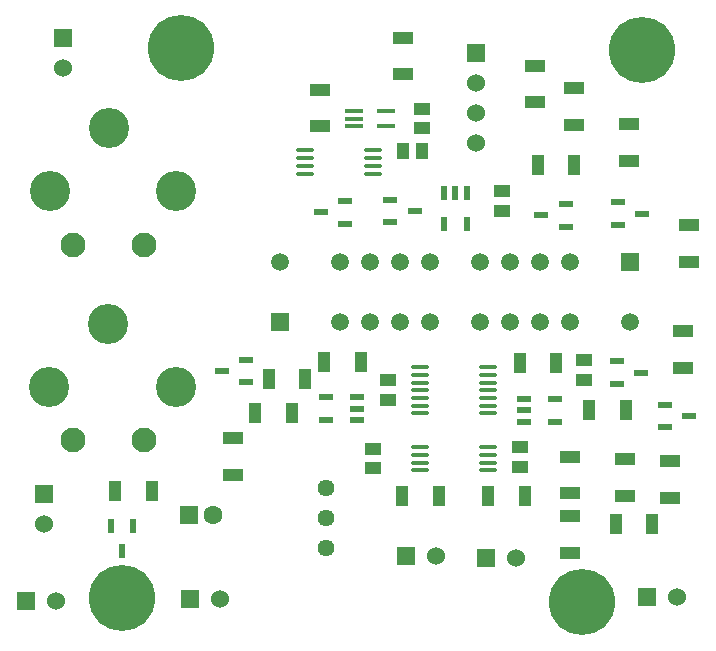
<source format=gbr>
%TF.GenerationSoftware,KiCad,Pcbnew,8.0.2*%
%TF.CreationDate,2024-09-03T17:09:07+02:00*%
%TF.ProjectId,AMS_IMD_Reset,414d535f-494d-4445-9f52-657365742e6b,rev?*%
%TF.SameCoordinates,Original*%
%TF.FileFunction,Soldermask,Top*%
%TF.FilePolarity,Negative*%
%FSLAX46Y46*%
G04 Gerber Fmt 4.6, Leading zero omitted, Abs format (unit mm)*
G04 Created by KiCad (PCBNEW 8.0.2) date 2024-09-03 17:09:07*
%MOMM*%
%LPD*%
G01*
G04 APERTURE LIST*
G04 Aperture macros list*
%AMRoundRect*
0 Rectangle with rounded corners*
0 $1 Rounding radius*
0 $2 $3 $4 $5 $6 $7 $8 $9 X,Y pos of 4 corners*
0 Add a 4 corners polygon primitive as box body*
4,1,4,$2,$3,$4,$5,$6,$7,$8,$9,$2,$3,0*
0 Add four circle primitives for the rounded corners*
1,1,$1+$1,$2,$3*
1,1,$1+$1,$4,$5*
1,1,$1+$1,$6,$7*
1,1,$1+$1,$8,$9*
0 Add four rect primitives between the rounded corners*
20,1,$1+$1,$2,$3,$4,$5,0*
20,1,$1+$1,$4,$5,$6,$7,0*
20,1,$1+$1,$6,$7,$8,$9,0*
20,1,$1+$1,$8,$9,$2,$3,0*%
G04 Aperture macros list end*
%ADD10R,1.800000X1.050000*%
%ADD11RoundRect,0.100000X-0.650000X-0.100000X0.650000X-0.100000X0.650000X0.100000X-0.650000X0.100000X0*%
%ADD12R,0.600000X1.300000*%
%ADD13R,1.530000X1.530000*%
%ADD14C,1.530000*%
%ADD15RoundRect,0.100000X-0.637500X-0.100000X0.637500X-0.100000X0.637500X0.100000X-0.637500X0.100000X0*%
%ADD16R,1.500000X1.500000*%
%ADD17C,1.500000*%
%ADD18R,1.050000X1.800000*%
%ADD19R,1.300000X0.600000*%
%ADD20C,2.100000*%
%ADD21C,3.400000*%
%ADD22R,1.470000X1.070000*%
%ADD23R,0.600000X1.150000*%
%ADD24C,5.600000*%
%ADD25R,1.600000X1.600000*%
%ADD26C,1.600000*%
%ADD27R,1.150000X0.600000*%
%ADD28R,1.070000X1.470000*%
%ADD29C,1.440000*%
G04 APERTURE END LIST*
D10*
%TO.C,R18*%
X190017400Y-75057600D03*
X190017400Y-71957600D03*
%TD*%
%TO.C,R14*%
X201400000Y-108550000D03*
X201400000Y-105450000D03*
%TD*%
%TO.C,R9*%
X192963800Y-110108400D03*
X192963800Y-113208400D03*
%TD*%
D11*
%TO.C,U2*%
X174692000Y-75804000D03*
X174692000Y-76454000D03*
X174692000Y-77104000D03*
X177352000Y-77104000D03*
X177352000Y-75804000D03*
%TD*%
D12*
%TO.C,Q7*%
X155950000Y-110950000D03*
X154050000Y-110950000D03*
X155000000Y-113050000D03*
%TD*%
D13*
%TO.C,J8*%
X199495000Y-116925000D03*
D14*
X202035000Y-116925000D03*
%TD*%
D15*
%TO.C,QU1*%
X180271500Y-97490400D03*
X180271500Y-98140400D03*
X180271500Y-98790400D03*
X180271500Y-99440400D03*
X180271500Y-100090400D03*
X180271500Y-100740400D03*
X180271500Y-101390400D03*
X185996500Y-101390400D03*
X185996500Y-100740400D03*
X185996500Y-100090400D03*
X185996500Y-99440400D03*
X185996500Y-98790400D03*
X185996500Y-98140400D03*
X185996500Y-97490400D03*
%TD*%
D13*
%TO.C,J4*%
X179019200Y-113461200D03*
D14*
X181559200Y-113461200D03*
%TD*%
D16*
%TO.C,K2*%
X168402000Y-93675200D03*
D17*
X173482000Y-93675200D03*
X176022000Y-93675200D03*
X178562000Y-93675200D03*
X181102000Y-93675200D03*
X181102000Y-88595200D03*
X178562000Y-88595200D03*
X176022000Y-88595200D03*
X173482000Y-88595200D03*
X168402000Y-88595200D03*
%TD*%
D18*
%TO.C,R7*%
X196800000Y-110800000D03*
X199900000Y-110800000D03*
%TD*%
D13*
%TO.C,J5*%
X185800000Y-113600000D03*
D14*
X188340000Y-113600000D03*
%TD*%
D10*
%TO.C,R13*%
X164400000Y-103500000D03*
X164400000Y-106600000D03*
%TD*%
D19*
%TO.C,Q3*%
X196968400Y-83530400D03*
X196968400Y-85430400D03*
X199068400Y-84480400D03*
%TD*%
D20*
%TO.C,K3*%
X156850500Y-103686400D03*
D21*
X159550500Y-99186400D03*
X153850500Y-93786400D03*
X148850500Y-99186400D03*
D20*
X150850500Y-103686400D03*
%TD*%
D19*
%TO.C,Q2*%
X177732000Y-83327200D03*
X177732000Y-85227200D03*
X179832000Y-84277200D03*
%TD*%
D18*
%TO.C,R2*%
X181839200Y-108432000D03*
X178739200Y-108432000D03*
%TD*%
D22*
%TO.C,C4*%
X194106800Y-96893800D03*
X194106800Y-98533800D03*
%TD*%
D18*
%TO.C,R6*%
X172135200Y-97002600D03*
X175235200Y-97002600D03*
%TD*%
D10*
%TO.C,R4*%
X171805600Y-73989600D03*
X171805600Y-77089600D03*
%TD*%
%TO.C,R15*%
X193294000Y-73862600D03*
X193294000Y-76962600D03*
%TD*%
D18*
%TO.C,R22*%
X170550000Y-98500000D03*
X167450000Y-98500000D03*
%TD*%
D13*
%TO.C,J7*%
X184962800Y-70866000D03*
D14*
X184962800Y-73406000D03*
X184962800Y-75946000D03*
X184962800Y-78486000D03*
%TD*%
D22*
%TO.C,C8*%
X188671200Y-104259200D03*
X188671200Y-105899200D03*
%TD*%
D20*
%TO.C,K1*%
X156900000Y-87100000D03*
D21*
X159600000Y-82600000D03*
X153900000Y-77200000D03*
X148900000Y-82600000D03*
D20*
X150900000Y-87100000D03*
%TD*%
D22*
%TO.C,C6*%
X176276000Y-104386800D03*
X176276000Y-106026800D03*
%TD*%
D10*
%TO.C,R21*%
X203000000Y-88550000D03*
X203000000Y-85450000D03*
%TD*%
D23*
%TO.C,G3*%
X184185600Y-82774000D03*
X183235600Y-82774000D03*
X182285600Y-82774000D03*
X182285600Y-85374000D03*
X184185600Y-85374000D03*
%TD*%
D19*
%TO.C,Q5*%
X165550000Y-98750000D03*
X165550000Y-96850000D03*
X163450000Y-97800000D03*
%TD*%
D10*
%TO.C,R10*%
X192963800Y-105053800D03*
X192963800Y-108153800D03*
%TD*%
D15*
%TO.C,DU2*%
X170517900Y-79136600D03*
X170517900Y-79786600D03*
X170517900Y-80436600D03*
X170517900Y-81086600D03*
X176242900Y-81086600D03*
X176242900Y-80436600D03*
X176242900Y-79786600D03*
X176242900Y-79136600D03*
%TD*%
D19*
%TO.C,Q6*%
X196883600Y-96992400D03*
X196883600Y-98892400D03*
X198983600Y-97942400D03*
%TD*%
D16*
%TO.C,K4*%
X198018400Y-88595200D03*
D17*
X192938400Y-88595200D03*
X190398400Y-88595200D03*
X187858400Y-88595200D03*
X185318400Y-88595200D03*
X185318400Y-93675200D03*
X187858400Y-93675200D03*
X190398400Y-93675200D03*
X192938400Y-93675200D03*
X198018400Y-93675200D03*
%TD*%
D24*
%TO.C,*%
X199000000Y-70600000D03*
%TD*%
D13*
%TO.C,J6*%
X146895000Y-117275000D03*
D14*
X149435000Y-117275000D03*
%TD*%
D24*
%TO.C,*%
X160000000Y-70500000D03*
%TD*%
D19*
%TO.C,Q1*%
X173922400Y-85328800D03*
X173922400Y-83428800D03*
X171822400Y-84378800D03*
%TD*%
D10*
%TO.C,R1*%
X178841400Y-72695400D03*
X178841400Y-69595400D03*
%TD*%
D24*
%TO.C,*%
X194000000Y-117400000D03*
%TD*%
D22*
%TO.C,C7*%
X177546000Y-98595600D03*
X177546000Y-100235600D03*
%TD*%
D25*
%TO.C,C1*%
X160680400Y-110007400D03*
D26*
X162680400Y-110007400D03*
%TD*%
D18*
%TO.C,R16*%
X193294600Y-80365600D03*
X190194600Y-80365600D03*
%TD*%
D13*
%TO.C,J2*%
X150000000Y-69600000D03*
D14*
X150000000Y-72140000D03*
%TD*%
D13*
%TO.C,J1*%
X160800000Y-117125000D03*
D14*
X163340000Y-117125000D03*
%TD*%
D27*
%TO.C,G2*%
X189047600Y-100192800D03*
X189047600Y-101142800D03*
X189047600Y-102092800D03*
X191647600Y-102092800D03*
X191647600Y-100192800D03*
%TD*%
D22*
%TO.C,C5*%
X187198000Y-82593600D03*
X187198000Y-84233600D03*
%TD*%
D10*
%TO.C,R17*%
X197916800Y-79985200D03*
X197916800Y-76885200D03*
%TD*%
%TO.C,R19*%
X202500000Y-94450000D03*
X202500000Y-97550000D03*
%TD*%
D18*
%TO.C,R12*%
X194588800Y-101142800D03*
X197688800Y-101142800D03*
%TD*%
%TO.C,R5*%
X188696000Y-97129600D03*
X191796000Y-97129600D03*
%TD*%
%TO.C,R3*%
X186003600Y-108432000D03*
X189103600Y-108432000D03*
%TD*%
D19*
%TO.C,Q8*%
X200950000Y-100650000D03*
X200950000Y-102550000D03*
X203050000Y-101600000D03*
%TD*%
D27*
%TO.C,G1*%
X174883600Y-101940400D03*
X174883600Y-100990400D03*
X174883600Y-100040400D03*
X172283600Y-100040400D03*
X172283600Y-101940400D03*
%TD*%
D10*
%TO.C,R8*%
X197600000Y-105250000D03*
X197600000Y-108350000D03*
%TD*%
D18*
%TO.C,R20*%
X157550000Y-108000000D03*
X154450000Y-108000000D03*
%TD*%
D22*
%TO.C,C2*%
X180390800Y-77223200D03*
X180390800Y-75583200D03*
%TD*%
D24*
%TO.C,*%
X155000000Y-117000000D03*
%TD*%
D19*
%TO.C,Q4*%
X192616800Y-85582800D03*
X192616800Y-83682800D03*
X190516800Y-84632800D03*
%TD*%
D28*
%TO.C,C3*%
X180448800Y-79197200D03*
X178808800Y-79197200D03*
%TD*%
D13*
%TO.C,J3*%
X148400000Y-108200000D03*
D14*
X148400000Y-110740000D03*
%TD*%
D29*
%TO.C,U1*%
X172262800Y-112776000D03*
X172262800Y-110236000D03*
X172262800Y-107696000D03*
%TD*%
D18*
%TO.C,R11*%
X169393200Y-101371400D03*
X166293200Y-101371400D03*
%TD*%
D15*
%TO.C,DU1*%
X180271500Y-104256600D03*
X180271500Y-104906600D03*
X180271500Y-105556600D03*
X180271500Y-106206600D03*
X185996500Y-106206600D03*
X185996500Y-105556600D03*
X185996500Y-104906600D03*
X185996500Y-104256600D03*
%TD*%
M02*

</source>
